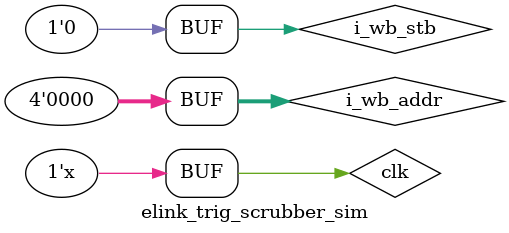
<source format=v>
`timescale 1ns / 1ps
module elink_trig_scrubber_sim();

  reg clk;
  reg [3:0] i_wb_addr;
  reg i_wb_stb;
  wire [11:0] o_wb_data;
  wire o_wb_ack;
  wire o_wb_stall;

  elink_trig_scrubber elink_trig_scrubber(
    .clk(clk),
    .i_wb_addr(i_wb_addr),
    .i_wb_stb(i_wb_stb),
    .o_wb_data(o_wb_data),
    .o_wb_ack(o_wb_ack),
    .o_wb_stall(o_wb_stall)
  );

  initial begin
    $dumpfile("elink_trig_scrubber.vcd");
    $dumpvars(0,elink_trig_scrubber);
    clk=0;
    i_wb_addr='d1;
    i_wb_stb=0;
    #10;
    i_wb_addr='d0;
    i_wb_stb=1;
    #10;
    i_wb_addr='d0;
    i_wb_stb=0;
  end
  always begin
    clk =! clk;
    #1;
  end
endmodule
</source>
